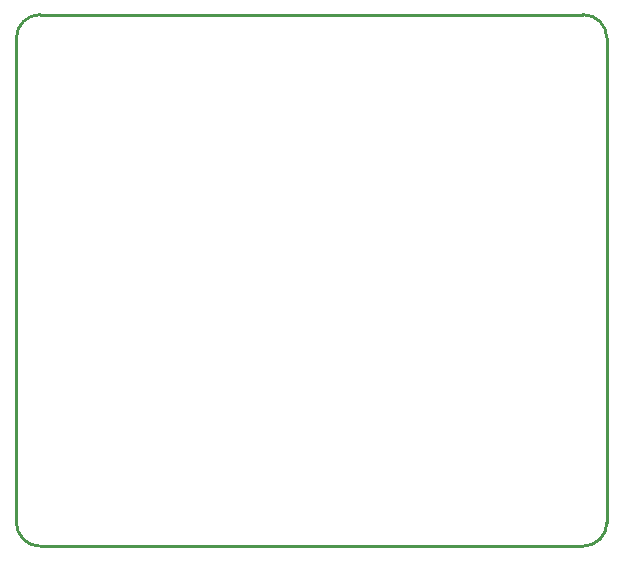
<source format=gbr>
G04*
G04 #@! TF.GenerationSoftware,Altium Limited,Altium Designer,24.1.2 (44)*
G04*
G04 Layer_Color=16711935*
%FSLAX44Y44*%
%MOMM*%
G71*
G04*
G04 #@! TF.SameCoordinates,8F0F3E8E-BFDB-4773-B97D-B54856440852*
G04*
G04*
G04 #@! TF.FilePolarity,Positive*
G04*
G01*
G75*
%ADD14C,0.2540*%
D14*
X1201040Y995150D02*
G03*
X1181040Y1015150I-20000J0D01*
G01*
Y565150D02*
G03*
X1201040Y585150I0J20000D01*
G01*
X721040Y1015150D02*
G03*
X701040Y995150I0J-20000D01*
G01*
Y585150D02*
G03*
X721040Y565150I20000J0D01*
G01*
X1181040D01*
X721040Y1015150D02*
X1181040D01*
X1201040Y585150D02*
Y995150D01*
X701040Y585150D02*
Y995150D01*
M02*

</source>
